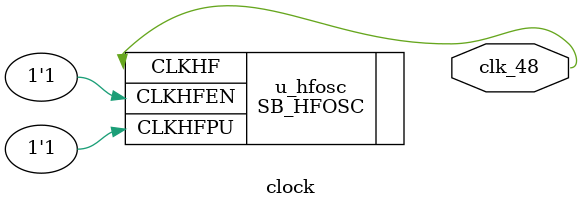
<source format=v>
module clock(
    output clk_48
);

    SB_HFOSC u_hfosc (
        .CLKHFPU(1'b1),
        .CLKHFEN(1'b1),
        .CLKHF(clk_48)
    );

endmodule

</source>
